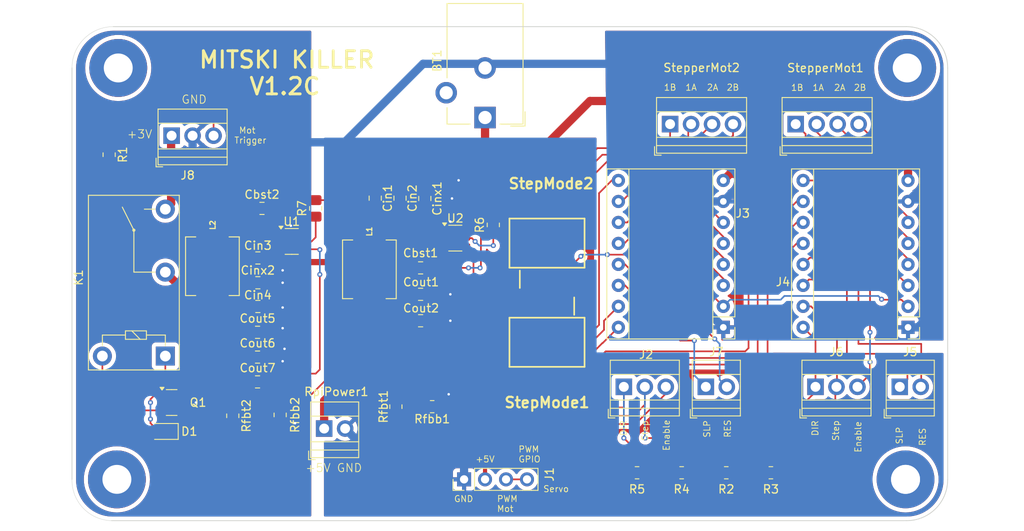
<source format=kicad_pcb>
(kicad_pcb (version 20240108) (generator "pcbnew") (generator_version "8.0")
  (layers (0 "F.Cu" signal) (31 "B.Cu" signal) (34 "B.Paste" user) (35 "F.Paste" user) (36 "B.SilkS" user "B.Silkscreen") (37 "F.SilkS" user "F.Silkscreen") (38 "B.Mask" user) (39 "F.Mask" user) (44 "Edge.Cuts" user))
  (net 0 "")
  (net 1 "GND")
  (net 2 "+12V")
  (net 3 "+5V")
  (net 4 "+3V")
  (net 5 "RPIO GPIO 17")
  (net 6 "RPIO GPIO 18")
  (net 7 "Net-(D1-A)")
  (net 8 "RPIO GPIO 24")
  (net 9 "RPIO GPIO 22")
  (net 10 "RPIO GPIO 23")
  (net 11 "RPIO GPIO 19")
  (net 12 "Net-(DCMotor1-+)")
  (net 13 "RPI GPIO 21")
  (net 14 "Net-(J3-MS3)")
  (net 15 "Net-(J3-1A)")
  (net 16 "Net-(J3-2A)")
  (net 17 "Net-(J3-~{SLEEP})")
  (net 18 "Net-(J3-MS1)")
  (net 19 "Net-(J3-~{RESET})")
  (net 20 "Net-(J3-2B)")
  (net 21 "Net-(J3-MS2)")
  (net 22 "Net-(J3-1B)")
  (net 23 "Net-(J4-MS3)")
  (net 24 "Net-(J4-2A)")
  (net 25 "Net-(J4-~{RESET})")
  (net 26 "Net-(J4-~{SLEEP})")
  (net 27 "Net-(J4-MS2)")
  (net 28 "Net-(J4-1A)")
  (net 29 "Net-(J4-MS1)")
  (net 30 "Net-(J4-1B)")
  (net 31 "Net-(J4-2B)")
  (net 32 "Net-(Q1-B)")
  (net 33 "Motor PWM")
  (net 34 "Net-(U2-VBST)")
  (net 35 "Net-(U2-SW)")
  (net 36 "Net-(U1-SW)")
  (net 37 "Net-(U1-VBST)")
  (net 38 "Net-(U2-VFB)")
  (net 39 "Net-(U1-VFB)")
  (net 40 "Net-(U1-EN)")
  (net 41 "Net-(U2-EN)")
  (footprint "Resistor_SMD:R_0805_2012Metric_Pad1.20x1.40mm_HandSolder" (layer "F.Cu") (at 158.2 88)
    (property "Reference" "R2")
    (property "Value" "10K")
  )
  (footprint "Capacitor_SMD:C_0805_2012Metric_Pad1.18x1.45mm_HandSolder" (layer "F.Cu") (at 101.5 62)
    (property "Reference" "Cin3")
    (property "Value" "10uF")
  )
  (footprint "TerminalBlock:TerminalBlock_Xinya_XY308-2.54-2P_1x02_P2.54mm_Horizontal" (layer "F.Cu") (at 109.525 82.65)
    (property "Reference" "RpiPower1")
    (property "Value" "Conn_01x02")
  )
  (footprint "" (layer "F.Cu") (at 84.435534 88.8)
    (property "Reference" "")
    (property "Value" "")
  )
  (footprint "Connector_BarrelJack:BarrelJack_CUI_PJ-102AH_Horizontal" (layer "F.Cu") (at 129 45 180)
    (property "Reference" "BT1")
    (property "Value" "Battery")
  )
  (footprint "Capacitor_SMD:C_0805_2012Metric_Pad1.18x1.45mm_HandSolder" (layer "F.Cu") (at 121.2 66.4)
    (property "Reference" "Cout1")
    (property "Value" "22uF")
  )
  (footprint "Package_TO_SOT_SMD:SOT-23-6" (layer "F.Cu") (at 105.6 60)
    (property "Reference" "U1")
    (property "Value" "TPS565208DDCR")
  )
  (footprint "TerminalBlock:TerminalBlock_Xinya_XY308-2.54-4P_1x04_P2.54mm_Horizontal" (layer "F.Cu") (at 166.6 45.8)
    (property "Reference" "StepperMot1")
    (property "Value" "Conn_01x04")
  )
  (footprint "SPM6530T-2R2M-HZ:IND_SPM6530T-2R2M-HZ" (layer "F.Cu") (at 96 63 -90)
    (property "Reference" "L2")
    (property "Value" "SPM6530T-2R2M")
  )
  (footprint "Resistor_SMD:R_0805_2012Metric_Pad1.20x1.40mm_HandSolder" (layer "F.Cu") (at 147.4 88)
    (property "Reference" "R5")
    (property "Value" "10K")
  )
  (footprint "Resistor_SMD:R_0805_2012Metric_Pad1.20x1.40mm_HandSolder" (layer "F.Cu") (at 152.8 88)
    (property "Reference" "R4")
    (property "Value" "10K")
  )
  (footprint "Capacitor_SMD:C_0805_2012Metric_Pad1.18x1.45mm_HandSolder" (layer "F.Cu") (at 121.7075 54.8 90)
    (property "Reference" "Cinx1")
    (property "Value" "100nF")
  )
  (footprint "MountingHole:MountingHole_3.5mm_Pad_TopBottom" (layer "F.Cu") (at 179.9 88.8)
    (property "Reference" "REF**" (hide yes))
    (property "Value" "MountingHole_3.5mm_Pad_TopBottom")
  )
  (footprint "TerminalBlock:TerminalBlock_Xinya_XY308-2.54-2P_1x02_P2.54mm_Horizontal" (layer "F.Cu") (at 179.2 77.6)
    (property "Reference" "J5")
    (property "Value" "Conn_01x02")
  )
  (footprint "Connector_PinHeader_2.54mm:PinHeader_1x04_P2.54mm_Vertical" (layer "F.Cu") (at 126.46 88.8 90)
    (property "Reference" "J1")
    (property "Value" "Conn_01x03")
  )
  (footprint "Resistor_SMD:R_0805_2012Metric_Pad1.20x1.40mm_HandSolder" (layer "F.Cu") (at 108.5 56 90)
    (property "Reference" "R7")
    (property "Value" "10k")
  )
  (footprint "DipSwitch-3Pin-219-3MST:SOP254P991X385-6N" (layer "F.Cu") (at 136.5 60.205 90)
    (property "Reference" "StepMode2")
    (property "Value" "219-3MST" (hide yes))
  )
  (footprint "Module:Pololu_Breakout-16_15.2x20.3mm" (layer "F.Cu") (at 180.2 70.4 180)
    (property "Reference" "J4")
    (property "Value" "Pololu_Breakout_A4988")
  )
  (footprint "TerminalBlock:TerminalBlock_Xinya_XY308-2.54-2P_1x02_P2.54mm_Horizontal" (layer "F.Cu") (at 155.725 77.6)
    (property "Reference" "J7")
    (property "Value" "Conn_01x02")
  )
  (footprint "Diode_SMD:D_0805_2012Metric_Pad1.15x1.40mm_HandSolder" (layer "F.Cu") (at 90 83 180)
    (property "Reference" "D1")
    (property "Value" "1N4001")
  )
  (footprint "" (layer "F.Cu") (at 179.9 88.8)
    (property "Reference" "")
    (property "Value" "")
  )
  (footprint "Capacitor_SMD:C_0805_2012Metric_Pad1.18x1.45mm_HandSolder" (layer "F.Cu") (at 101.4625 77)
    (property "Reference" "Cout7")
    (property "Value" "22uF")
  )
  (footprint "Resistor_SMD:R_0805_2012Metric_Pad1.20x1.40mm_HandSolder" (layer "F.Cu") (at 83.5 49.5 -90)
    (property "Reference" "R1")
    (property "Value" "750")
  )
  (footprint "Package_TO_SOT_SMD:SOT-23-6" (layer "F.Cu") (at 125.4 59.6)
    (property "Reference" "U2")
    (property "Value" "TPS565208DDCR")
  )
  (footprint "Resistor_SMD:R_0805_2012Metric_Pad1.20x1.40mm_HandSolder" (layer "F.Cu") (at 98.4625 81.105 -90)
    (property "Reference" "Rfbt2")
    (property "Value" "33.2kOhm")
  )
  (footprint "Capacitor_SMD:C_0805_2012Metric_Pad1.18x1.45mm_HandSolder" (layer "F.Cu") (at 121.2 63.2)
    (property "Reference" "Cbst1")
    (property "Value" "100nF")
  )
  (footprint "Capacitor_SMD:C_0805_2012Metric_Pad1.18x1.45mm_HandSolder" (layer "F.Cu") (at 101.5 65)
    (property "Reference" "Cinx2")
    (property "Value" "100nF")
  )
  (footprint "Capacitor_SMD:C_0805_2012Metric_Pad1.18x1.45mm_HandSolder" (layer "F.Cu") (at 121.2 69.6)
    (property "Reference" "Cout2")
    (property "Value" "22uF")
  )
  (footprint "Resistor_SMD:R_0805_2012Metric_Pad1.20x1.40mm_HandSolder" (layer "F.Cu") (at 104.2 81 -90)
    (property "Reference" "Rfbb2")
    (property "Value" "10kOhm")
  )
  (footprint "Module:Pololu_Breakout-16_15.2x20.3mm" (layer "F.Cu") (at 157.84 70.4 180)
    (property "Reference" "J3")
    (property "Value" "Pololu_Breakout_A4988")
  )
  (footprint "" (layer "F.Cu") (at 84.6 39)
    (property "Reference" "")
    (property "Value" "")
  )
  (footprint "SPM6530T-3R3M-HZ:IND_SPM6530T-3R3M-HZ" (layer "F.Cu") (at 115 63.375 -90)
    (property "Reference" "L1")
    (property "Value" "SPM6530T-3R3M")
  )
  (footprint "Capacitor_SMD:C_0805_2012Metric_Pad1.18x1.45mm_HandSolder" (layer "F.Cu") (at 101.5 67.875)
    (property "Reference" "Cin4")
    (property "Value" "10uF")
  )
  (footprint "" (layer "F.Cu") (at 180.1 39)
    (property "Reference" "")
    (property "Value" "")
  )
  (footprint "MountingHole:MountingHole_3.5mm_Pad_TopBottom" (layer "F.Cu") (at 180.1 39)
    (property "Reference" "REF**" (hide yes))
    (property "Value" "MountingHole_3.5mm_Pad_TopBottom")
  )
  (footprint "DipSwitch-3Pin-219-3MST:SOP254P991X385-6N" (layer "F.Cu") (at 136.5 72.205 -90)
    (property "Reference" "StepMode1")
    (property "Value" "219-3MST" (hide yes))
  )
  (footprint "Capacitor_SMD:C_0805_2012Metric_Pad1.18x1.45mm_HandSolder" (layer "F.Cu") (at 102 56)
    (property "Reference" "Cbst2")
    (property "Value" "100nF")
  )
  (footprint "TerminalBlock:TerminalBlock_Xinya_XY308-2.54-4P_1x04_P2.54mm_Horizontal" (layer "F.Cu") (at 151.4 45.8)
    (property "Reference" "StepperMot2")
    (property "Value" "Conn_01x04")
  )
  (footprint "Capacitor_SMD:C_0805_2012Metric_Pad1.18x1.45mm_HandSolder" (layer "F.Cu") (at 118.7075 54.7625 90)
    (property "Reference" "Cin2")
    (property "Value" "10uF")
  )
  (footprint "Package_TO_SOT_SMD:SOT-23" (layer "F.Cu") (at 91.0625 79.5)
    (property "Reference" "Q1")
    (property "Value" "MMBT2222A")
  )
  (footprint "Capacitor_SMD:C_0805_2012Metric_Pad1.18x1.45mm_HandSolder" (layer "F.Cu") (at 101.4625 71)
    (property "Reference" "Cout5")
    (property "Value" "22uF")
  )
  (footprint "TerminalBlock:TerminalBlock_Xinya_XY308-2.54-3P_1x03_P2.54mm_Horizontal" (layer "F.Cu") (at 91.06 47.2)
    (property "Reference" "J8")
    (property "Value" "Conn_01x03")
  )
  (footprint "Resistor_SMD:R_0805_2012Metric_Pad1.20x1.40mm_HandSolder" (layer "F.Cu") (at 163.6 88)
    (property "Reference" "R3")
    (property "Value" "10K")
  )
  (footprint "Capacitor_SMD:C_0805_2012Metric_Pad1.18x1.45mm_HandSolder" (layer "F.Cu") (at 115.7075 54.7625 90)
    (property "Reference" "Cin1")
    (property "Value" "10uF")
  )
  (footprint "TerminalBlock:TerminalBlock_Xinya_XY308-2.54-3P_1x03_P2.54mm_Horizontal" (layer "F.Cu") (at 169 77.6)
    (property "Reference" "J6")
    (property "Value" "Conn_01x03")
  )
  (footprint "MountingHole:MountingHole_3.5mm_Pad_TopBottom" (layer "F.Cu") (at 84.435534 88.8)
    (property "Reference" "REF**" (hide yes))
    (property "Value" "MountingHole_3.5mm_Pad_TopBottom")
  )
  (footprint "Capacitor_SMD:C_0805_2012Metric_Pad1.18x1.45mm_HandSolder" (layer "F.Cu") (at 101.4625 74)
    (property "Reference" "Cout6")
    (property "Value" "22uF")
  )
  (footprint "MountingHole:MountingHole_3.5mm_Pad_TopBottom" (layer "F.Cu") (at 84.6 39)
    (property "Reference" "REF**" (hide yes))
    (property "Value" "MountingHole_3.5mm_Pad_TopBottom")
  )
  (footprint "Resistor_SMD:R_0805_2012Metric_Pad1.20x1.40mm_HandSolder" (layer "F.Cu") (at 130 58 90)
    (property "Reference" "R6")
    (property "Value" "10k")
  )
  (footprint "TerminalBlock:TerminalBlock_Xinya_XY308-2.54-3P_1x03_P2.54mm_Horizontal" (layer "F.Cu") (at 145.8 77.6)
    (property "Reference" "J2")
    (property "Value" "Conn_01x03")
  )
  (footprint "Resistor_SMD:R_0805_2012Metric_Pad1.20x1.40mm_HandSolder" (layer "F.Cu") (at 122.6 80)
    (property "Reference" "Rfbb1")
    (property "Value" "10kOhm")
  )
  (footprint "Resistor_SMD:R_0805_2012Metric_Pad1.20x1.40mm_HandSolder" (layer "F.Cu") (at 118.2075 80 -90)
    (property "Reference" "Rfbt1")
    (property "Value" "55kOhm")
  )
  (footprint "Relay_THT:Relay_SPST_Omron-G5Q-1A" (layer "F.Cu") (at 90.3 73.875 90)
    (property "Reference" "K1")
    (property "Value" "G5Q-1A")
  )
  (gr_arc (start 180 34) (mid 183.535534 35.464466) (end 185 39) (stroke (width 0.1)) (layer "Edge.Cuts"))
  (gr_line (start 185 39) (end 185 88.864466) (stroke (width 0.1)) (layer "Edge.Cuts"))
  (gr_arc (start 79 39) (mid 80.464466 35.464466) (end 84 34) (stroke (width 0.05)) (layer "Edge.Cuts"))
  (gr_line (start 84 34) (end 180 34) (stroke (width 0.1)) (layer "Edge.Cuts"))
  (gr_line (start 79 88.8) (end 79 39) (stroke (width 0.1)) (layer "Edge.Cuts"))
  (gr_arc (start 185 88.864466) (mid 183.522183 92.367767) (end 180 93.8) (stroke (width 0.1)) (layer "Edge.Cuts"))
  (gr_arc (start 83.8 93.8) (mid 80.364466 92.294113) (end 79 88.8) (stroke (width 0.05)) (layer "Edge.Cuts"))
  (gr_line (start 180 93.8) (end 83.8 93.8) (stroke (width 0.1)) (layer "Edge.Cuts"))
  (gr_text "2A" (at 171.19 41.82 0) (layer "F.SilkS") (effects (font (size 0.75 0.75) (thickness 0.1)) (justify left bottom)))
  (gr_text "GND" (at 125.2 91.6 0) (layer "F.SilkS") (effects (font (size 0.75 0.75) (thickness 0.1)) (justify left bottom)))
  (gr_text "SLP" (at 156.3 83.8 90) (layer "F.SilkS") (effects (font (size 0.75 0.75) (thickness 0.1)) (justify left bottom)))
  (gr_text "DIR" (at 146.2 83.6 90) (layer "F.SilkS") (effects (font (size 0.75 0.75) (thickness 0.1)) (justify left bottom)))
  (gr_text "PWM\nMot" (at 130.4 92.8 0) (layer "F.SilkS") (effects (font (size 0.75 0.75) (thickness 0.1)) (justify left bottom)))
  (gr_text "+5V" (at 107.2 88 0) (layer "F.SilkS") (effects (font (size 1 1) (thickness 0.1)) (justify left bottom)))
  (gr_text "Enable" (at 174.6 85.6 90) (layer "F.SilkS") (effects (font (size 0.75 0.75) (thickness 0.1)) (justify left bottom)))
  (gr_text "Step\n" (at 171.9 84.2 90) (layer "F.SilkS") (effects (font (size 0.75 0.75) (thickness 0.1)) (justify left bottom)))
  (gr_text "RES" (at 158.8 83.8 90) (layer "F.SilkS") (effects (font (size 0.75 0.75) (thickness 0.1)) (justify left bottom)))
  (gr_text "1A\n" (at 168.59 41.82 0) (layer "F.SilkS") (effects (font (size 0.75 0.75) (thickness 0.1)) (justify left bottom)))
  (gr_text "1B" (at 150.6 41.8 0) (layer "F.SilkS") (effects (font (size 0.75 0.75) (thickness 0.1)) (justify left bottom)))
  (gr_text "Step\n" (at 148.8 84.2 90) (layer "F.SilkS") (effects (font (size 0.75 0.75) (thickness 0.1)) (justify left bottom)))
  (gr_text "Servo" (at 136 90.4 0) (layer "F.SilkS") (effects (font (size 0.75 0.75) (thickness 0.1)) (justify left bottom)))
  (gr_text "1B" (at 165.99 41.82 0) (layer "F.SilkS") (effects (font (size 0.75 0.75) (thickness 0.1)) (justify left bottom)))
  (gr_text "RES" (at 182.4 84.8 90) (layer "F.SilkS") (effects (font (size 0.75 0.75) (thickness 0.1)) (justify left bottom)))
  (gr_text "GND" (at 92.2 43.4 0) (layer "F.SilkS") (effects (font (size 1 1) (thickness 0.1)) (justify left bottom)))
  (gr_text "DIR" (at 169.4 83.6 90) (layer "F.SilkS") (effects (font (size 0.75 0.75) (thickness 0.1)) (justify left bottom)))
  (gr_text "GND" (at 111 88 0) (layer "F.SilkS") (effects (font (size 1 1) (thickness 0.1)) (justify left bottom)))
  (gr_text "2B\n" (at 158.2 41.8 0) (layer "F.SilkS") (effects (font (size 0.75 0.75) (thickness 0.1)) (justify left bottom)))
  (gr_text "PWM\nGPIO" (at 133 86.8 0) (layer "F.SilkS") (effects (font (size 0.75 0.75) (thickness 0.1)) (justify left bottom)))
  (gr_text "1A\n" (at 153.2 41.8 0) (layer "F.SilkS") (effects (font (size 0.75 0.75) (thickness 0.1)) (justify left bottom)))
  (gr_text "+3V" (at 85.6 47.6 0) (layer "F.SilkS") (effects (font (size 1 1) (thickness 0.1)) (justify left bottom)))
  (gr_text "Enable" (at 151.4 85.4 90) (layer "F.SilkS") (effects (font (size 0.75 0.75) (thickness 0.1)) (justify left bottom)))
  (gr_text "2B\n" (at 173.59 41.82 0) (layer "F.SilkS") (effects (font (size 0.75 0.75) (thickness 0.1)) (justify left bottom)))
  (gr_text "+5V" (at 127.8 86.8 0) (layer "F.SilkS") (effects (font (size 0.75 0.75) (thickness 0.1)) (justify left bottom)))
  (gr_text " Mot \nTrigger" (at 98.6 48.2 0) (layer "F.SilkS") (effects (font (size 0.75 0.75) (thickness 0.1)) (justify left bottom)))
  (gr_text "MITSKI KILLER \n    V1.2C" (at 94.2 42.4 0) (layer "F.SilkS") (effects (font (size 2 2) (thickness 0.35) (bold yes)) (justify left bottom)))
  (gr_text "2A" (at 155.8 41.8 0) (layer "F.SilkS") (effects (font (size 0.75 0.75) (thickness 0.1)) (justify left bottom)))
  (gr_text "SLP" (at 179.6 84.6 90) (layer "F.SilkS") (effects (font (size 0.75 0.75) (thickness 0.1)) (justify left bottom)))
  (segment (start 123.7075 79.1675) (end 123.7075 80) (width 0.2) (layer "F.Cu") (net 1))
  (segment (start 124.2625 58.65) (end 124.2625 58.1375) (width 0.2) (layer "F.Cu") (net 1))
  (segment (start 103.605 73) (end 102.5 74.105) (width 0.2) (layer "F.Cu") (net 1))
  (segment (start 125.8 52.6) (end 123 52.6) (width 0.2) (layer "F.Cu") (net 1))
  (segment (start 94 79.5) (end 92 79.5) (width 0.2) (layer "F.Cu") (net 1))
  (segment (start 119.7825 54.8) (end 118.7075 53.725) (width 0.2) (layer "F.Cu") (net 1))
  (segment (start 102.5375 67.875) (end 104.375 67.875) (width 0.2) (layer "F.Cu") (net 1))
  (segment (start 124.8 69.6) (end 122.2375 69.6) (width 0.2) (layer "F.Cu") (net 1))
  (segment (start 121.7075 53.7625) (end 121.7075 54.155) (width 0.2) (layer "F.Cu") (net 1))
  (segment (start 126.46 88.8) (end 126.46 90.26) (width 0.2) (layer "F.Cu") (net 1))
  (segment (start 157.2 90.34) (end 160.26 90.34) (width 0.2) (layer "F.Cu") (net 1))
  (segment (start 124.375 78.5) (end 123.7075 79.1675) (width 0.2) (layer "F.Cu") (net 1))
  (segment (start 115.7075 53.725) (end 118.7075 53.725) (width 0.2) (layer "F.Cu") (net 1))
  (segment (start 105.5 58.1) (end 104.55 59.05) (width 0.2) (layer "F.Cu") (net 1))
  (segment (start 139.86 90.34) (end 146.4 90.34) (width 0.2) (layer "F.Cu") (net 1))
  (segment (start 151.8 90.34) (end 157.2 90.34) (width 0.2) (layer "F.Cu") (net 1))
  (segment (start 104.375 67.875) (end 104.5 68) (width 0.2) (layer "F.Cu") (net 1))
  (segment (start 102.5 76.5) (end 104.5 74.5) (width 0.2) (layer "F.Cu") (net 1))
  (segment (start 127.4 91.2) (end 139 91.2) (width 0.2) (layer "F.Cu") (net 1))
  (segment (start 102.5 71.5) (end 102.5 77.5) (width 0.2) (layer "F.Cu") (net 1))
  (segment (start 104.0375 63.5) (end 104.5 63.5) (width 0.2) (layer "F.Cu") (net 1))
  (segment (start 146.4 90.34) (end 151.8 90.34) (width 0.2) (layer "F.Cu") (net 1))
  (segment (start 160.26 90.34) (end 162.6 88) (width 0.2) (layer "F.Cu") (net 1))
  (segment (start 121.67 53.725) (end 121.7075 53.7625) (width 0.2) (layer "F.Cu") (net 1))
  (segment (start 122.2375 66.4) (end 121.98125 66.65625) (width 0.2) (layer "F.Cu") (net 1))
  (segment (start 146.4 88) (end 146.4 90.34) (width 0.2) (layer "F.Cu") (net 1))
  (segment (start 162.85 88) (end 162.6 88) (width 0.2) (layer "F.Cu") (net 1))
  (segment (start 104.72625 73) (end 103.605 73) (width 0.2) (layer "F.Cu") (net 1))
  (segment (start 102.5 77.5) (end 102.5 76.5) (width 0.2) (layer "F.Cu") (net 1))
  (segment (start 124.8 66.4) (end 122.2375 66.4) (width 0.2) (layer "F.Cu") (net 1))
  (segment (start 118.7075 53.725) (end 119 54.0175) (width 0.2) (layer "F.Cu") (net 1))
  (segment (start 102.5375 65) (end 104.5 65) (width 0.2) (layer "F.Cu") (net 1))
  (segment (start 121.98125 66.65625) (end 121.98125 69.34375) (width 0.2) (layer "F.Cu") (net 1))
  (segment (start 125 54.8) (end 119.7825 54.8) (width 0.2) (layer "F.Cu") (net 1))
  (segment (start 119.775 52.6) (end 119 53.375) (width 0.2) (layer "F.Cu") (net 1))
  (segment (start 151.8 88) (end 151.8 90.34) (width 0.2) (layer "F.Cu") (net 1))
  (segment (start 104 71) (end 102.5 71) (width 0.2) (layer "F.Cu") (net 1))
  (segment (start 121.98125 69.34375) (end 122.2375 69.6) (width 0.2) (layer "F.Cu") (net 1))
  (segment (start 124.2625 58.1375) (end 124.8 57.6) (width 0.2) (layer "F.Cu") (net 1))
  (segment (start 104.55 59.05) (end 104.4625 59.05) (width 0.2) (layer "F.Cu") (net 1))
  (segment (start 123 52.6) (end 119.775 52.6) (width 0.2) (layer "F.Cu") (net 1))
  (segment (start 126.46 88.8) (end 126.46 89.26) (width 0.2) (layer "F.Cu") (net 1))
  (segment (start 106 82) (end 104.2 82) (width 0.2) (layer "F.Cu") (net 1))
  (segment (start 157.2 88) (end 157.2 90.34) (width 0.2) (layer "F.Cu") (net 1))
  (segment (start 104.5 70.5) (end 104 71) (width 0.2) (layer "F.Cu") (net 1))
  (segment (start 123 52.6) (end 122.87 52.6) (width 0.2) (layer "F.Cu") (net 1))
  (segment (start 124.6 78.5) (end 124.375 78.5) (width 0.2) (layer "F.Cu") (net 1))
  (segment (start 126.46 90.26) (end 127.4 91.2) (width 0.2) (layer "F.Cu") (net 1))
  (segment (start 122.87 52.6) (end 121.7075 53.7625) (width 0.2) (layer "F.Cu") (net 1))
  (segment (start 102.5375 62) (end 104.0375 63.5) (width 0.2) (layer "F.Cu") (net 1))
  (segment (start 139 91.2) (end 139.86 90.34) (width 0.2) (layer "F.Cu") (net 1))
  (segment (start 118.7075 53.725) (end 121.67 53.725) (width 0.2) (layer "F.Cu") (net 1))
  (via (at 124.8 66.4) (size 0.6) (drill 0.3) (layers "F.Cu" "B.Cu") (net 1))
  (via (at 104.5 65) (size 0.6) (drill 0.3) (layers "F.Cu" "B.Cu") (net 1))
  (via (at 125 54.8) (size 0.6) (drill 0.3) (layers "F.Cu" "B.Cu") (net 1))
  (via (at 106 82) (size 0.6) (drill 0.3) (layers "F.Cu" "B.Cu") (net 1))
  (via (at 104.72625 73) (size 0.6) (drill 0.3) (layers "F.Cu" "B.Cu") (net 1))
  (via (at 104.5 63.5) (size 0.6) (drill 0.3) (layers "F.Cu" "B.Cu") (net 1))
  (via (at 124.8 69.6) (size 0.6) (drill 0.3) (layers "F.Cu" "B.Cu") (net 1))
  (via (at 104.5 68) (size 0.6) (drill 0.3) (layers "F.Cu" "B.Cu") (net 1))
  (via (at 125.8 52.6) (size 0.6) (drill 0.3) (layers "F.Cu" "B.Cu") (net 1))
  (via (at 104.5 70.5) (size 0.6) (drill 0.3) (layers "F.Cu" "B.Cu") (net 1))
  (via (at 105.5 58.1) (size 0.6) (drill 0.3) (layers "F.Cu" "B.Cu") (net 1))
  (via (at 124.8 57.6) (size 0.6) (drill 0.3) (layers "F.Cu" "B.Cu") (net 1))
  (via (at 124.6 78.5) (size 0.6) (drill 0.3) (layers "F.Cu" "B.Cu") (net 1))
  (via (at 104.5 74.5) (size 0.6) (drill 0.3) (layers "F.Cu" "B.Cu") (net 1))
  (via (at 94 79.5) (size 0.6) (drill 0.3) (layers "F.Cu" "B.Cu") (net 1))
  (segment (start 112 48) (end 121.5 38.5) (width 1) (layer "B.Cu") (net 1))
  (segment (start 182.4 47) (end 182.4 69.4) (width 1) (layer "B.Cu") (net 1))
  (segment (start 164.2 39.5) (end 164.2 54.155) (width 1) (layer "B.Cu") (net 1))
  (segment (start 164.2 54.155) (end 164 54.355) (width 1) (layer "B.Cu") (net 1))
  (segment (start 93.6 47.2) (end 93.6 48.9) (width 1) (layer "B.Cu") (net 1))
  (segment (start 157.84 55.16) (end 150.845 55.16) (width 1) (layer "B.Cu") (net 1))
  (segment (start 180.91 54.45) (end 180.2 55.16) (width 1) (layer "B.Cu") (net 1))
  (segment (start 158.645 54.355) (end 157.84 55.16) (width 1) (layer "B.Cu") (net 1))
  (segment (start 114.415 85) (end 125.8 85) (width 1) (layer "B.Cu") (net 1))
  (segment (start 106 82.5) (end 106 82) (width 0.2) (layer "B.Cu") (net 1))
  (segment (start 112 48) (end 107 48) (width 1) (layer "B.Cu") (net 1))
  (segment (start 179 43.6) (end 182.4 47) (width 1) (layer "B.Cu") (net 1))
  (segment (start 182.4 69.4) (end 181.4 70.4) (width 1) (layer "B.Cu") (net 1))
  (segment (start 165.2 38.5) (end 172.9 38.5) (width 1) (layer "B.Cu") (net 1))
  (segment (start 121.5 38.5) (end 165.2 38.5) (width 1) (layer "B.Cu") (net 1))
  (segment (start 112.065 82.65) (end 114.415 85) (width 1) (layer "B.Cu") (net 1))
  (segment (start 165.2 38.5) (end 164.2 39.5) (width 1) (layer "B.Cu") (net 1))
  (segment (start 105.9625 81.9625) (end 106 82) (width 0.2) (layer "B.Cu") (net 1))
  (segment (start 172.9 38.5) (end 178 43.6) (width 1) (layer "B.Cu") (net 1))
  (segment (start 164 54.355) (end 158.645 54.355) (width 1) (layer "B.Cu") (net 1))
  (segment (start 150.8 63.36) (end 157.84 70.4) (width 1) (layer "B.Cu") (net 1))
  (segment (start 126.46 86.26) (end 126.46 88.8) (width 1) (layer "B.Cu") (net 1))
  (segment (start 125.8 48) (end 125.8 56) (width 1) (layer "B.Cu") (net 1))
  (segment (start 150.8 55.205) (end 150.8 63.36) (width 1) (layer "B.Cu") (net 1))
  (segment (start 125.8 85.6) (end 126.46 86.26) (width 1) (layer "B.Cu") (net 1))
  (segment (start 178 43.6) (end 179 43.6) (width 1) (layer "B.Cu") (net 1))
  (segment (start 112 48) (end 125.8 48) (width 1) (layer "B.Cu") (net 1))
  (segment (start 125.8 85) (end 125.8 85.6) (width 1) (layer "B.Cu") (net 1))
  (segment (start 182.35 54.45) (end 180.91 54.45) (width 1) (layer "B.Cu") (net 1))
  (segment (start 181.4 70.4) (end 180.2 70.4) (width 1) (layer "B.Cu") (net 1))
  (segment (start 150.845 55.16) (end 150.8 55.205) (width 1) (layer "B.Cu") (net 1))
  (segment (start 125.8 85) (end 125.8 78.4) (width 1) (layer "B.Cu") (net 1))
  (segment (start 100.4625 62) (end 101.5125 60.95) (width 0.2) (layer "F.Cu") (net 2))
  (segment (start 119.6 57) (end 119.0375 56.4375) (width 0.2) (layer "F.Cu") (net 2))
  (segment (start 126.48919 57) (end 126.344595 57.144595) (width 0.2) (layer "F.Cu") (net 2))
  (segment (start 126.344595 57.144595) (end 127.5 55.98919) (width 1) (layer "F.Cu") (net 2))
  (segment (start 110.5 62.5) (end 105.5 62.5) (width 0.75) (layer "F.Cu") (net 2))
  (segment (start 124.85 60.55) (end 124.2625 60.55) (width 0.35) (layer "F.Cu") (net 2))
  (segment (start 110.5 55.1) (end 115 50.6) (width 1) (layer "F.Cu") (net 2))
  (segment (start 161.785 51.815) (end 158.645 51.815) (width 1) (layer "F.Cu") (net 2))
  (segment (start 125.6 56) (end 126.6 57) (width 0.2) (layer "F.Cu") (net 2))
  (segment (start 121.7075 55.8375) (end 121.87 56) (width 0.2) (layer "F.Cu") (net 2))
  (segment (start 180.2 48.2) (end 180.2 52.62) (width 1) (layer "F.Cu") (net 2))
  (segment (start 129 50.6) (end 129.2 50.8) (width 1) (layer "F.Cu") (net 2))
  (segment (start 125.4 60) (end 124.85 60.55) (width 0.35) (layer "F.Cu") (net 2))
  (segment (start 110.5 62.5) (end 110.5 55.1) (width 1) (layer "F.Cu") (net 2))
  (segment (start 108.5 55) (end 110.4 55) (width 0.2) (layer "F.Cu") (net 2))
  (segment (start 110.4 55) (end 110.5 55.1) (width 0.2) (layer "F.Cu") (net 2))
  (segment (start 130 57) (end 126.48919 57) (width 0.2) (layer "F.Cu") (net 2))
  (segment (start 105.5 62.5) (end 105 62) (width 0.75) (layer "F.Cu") (net 2))
  (segment (start 125.4 58.08919) (end 125.4 60) (width 0.35) (layer "F.Cu") (net 2))
  (segment (start 115 50.6) (end 129 50.6) (width 1) (layer "F.Cu") (net 2))
  (segment (start 121.7075 55.8375) (end 121.67 55.8) (width 0.2) (layer "F.Cu") (net 2))
  (segment (start 127.5 55.98919) (end 127.5 55.5) (width 1) (layer "F.Cu") (net 2))
  (segment (start 105 62) (end 104.4625 61.4625) (width 0.5) (layer "F.Cu") (net 2))
  (segment (start 141.705 43) (end 175 43) (width 1) (layer "F.Cu") (net 2))
  (segment (start 129.2 50.8) (end 133.905 50.8) (width 1) (layer "F.Cu") (net 2))
  (segment (start 100.4625 65) (end 100.4625 62) (width 0.2) (layer "F.Cu") (net 2))
  (segment (start 162 51.6) (end 161.785 51.815) (width 1) (layer "F.Cu") (net 2))
  (segment (start 175 43) (end 180.2 48.2) (width 1) (layer "F.Cu") (net 2))
  (segment (start 118.8375 55.8) (end 119 55.9625) (width 0.2) (layer "F.Cu") (net 2))
  (segment (start 121.87 56) (end 125.6 56) (width 0.2) (layer "F.Cu") (net 2))
  (segment (start 133.905 50.8) (end 141.705 43) (width 1) (layer "F.Cu") (net 2))
  (segment (start 121.67 55.8) (end 118.7075 55.8) (width 0.2) (layer "F.Cu") (net 2))
  (segment (start 104.4625 61.4625) (end 104.4625 61) (width 0.5) (layer "F.Cu") (net 2))
  (segment (start 101.5125 60.95) (end 104.4625 60.95) (width 0.2) (layer "F.Cu") (net 2))
  (segment (start 158.645 51.815) (end 157.84 52.62) (width 1) (layer "F.Cu") (net 2))
  (segment (start 127.089191 56.4) (end 127.4 56.4) (width 0.35) (layer "F.Cu") (net 2))
  (segment (start 115.7075 55.8) (end 118.8375 55.8) (width 0.2) (layer "F.Cu") (net 2))
  (segment (start 129 54) (end 129 45) (width 1) (layer "F.Cu") (net 2))
  (segment (start 126.344595 57.144595) (end 125.4 58.08919) (width 0.35) (layer "F.Cu") (net 2))
  (segment (start 100.4625 67.875) (end 100.4625 65) (width 0.2) (layer "F.Cu") (net 2))
  (segment (start 126.444596 57.044596) (end 126.4 57) (width 0.2) (layer "F.Cu") (net 2))
  (segment (start 127.5 55.5) (end 129 54) (width 1) (layer "F.Cu") (net 2))
  (segment (start 162 43) (end 162 51.6) (width 1) (layer "F.Cu") (net 2))
  (segment (start 126.4 57) (end 119.6 57) (width 0.2) (layer "F.Cu") (net 2))
  (segment (start 133.96 64.58) (end 136.5 64.58) (width 0.2) (layer "F.Cu") (net 3))
  (segment (start 129 82.6) (end 129 88.8) (width 0.5) (layer "F.Cu") (net 3))
  (segment (start 136.5 64.58) (end 136.5 67.83) (width 0.2) (layer "F.Cu") (net 3))
  (segment (start 109.525 82.65) (end 109.525 79.275) (width 1) (layer "F.Cu") (net 3))
  (segment (start 91.025 83) (end 91.025 84.975) (width 0.2) (layer "F.Cu") (net 3))
  (segment (start 129 82.6) (end 115.6 82.6) (width 0.5) (layer "F.Cu") (net 3))
  (segment (start 179.395 67.055) (end 180.2 67.86) (width 0.2) (layer "F.Cu") (net 3))
  (segment (start 129 82.6) (end 129.4 82.2) (width 0.2) (layer "F.Cu") (net 3))
  (segment (start 115.6 82.6) (end 115.6 75.6) (width 0.5) (layer "F.Cu") (net 3))
  (segment (start 115 66.15) (end 115 67.6) (width 0.75) (layer "F.Cu") (net 3))
  (segment (start 117.5 78.2925) (end 117.5 76) (width 0.2) (layer "F.Cu") (net 3))
  (segment (start 118.2075 79) (end 117.5 78.2925) (width 0.2) (layer "F.Cu") (net 3))
  (segment (start 139.04 63.36) (end 139.04 64.58) (width 0.2) (layer "F.Cu") (net 3))
  (segment (start 177.055 67.055) (end 179.395 67.055) (width 0.2) (layer "F.Cu") (net 3))
  (segment (start 143.8 61.6) (end 151.58 61.6) (width 0.2) (layer "F.Cu") (net 3))
  (segment (start 120.1625 67.71875) (end 118.59375 66.15) (width 0.2) (layer "F.Cu") (net 3))
  (segment (start 108 78.5) (end 114 72.5) (width 0.2) (layer "F.Cu") (net 3))
  (segment (start 91 85) (end 88 85) (width 0.2) (layer "F.Cu") (net 3))
  (segment (start 91.025 84.975) (end 91 85) (width 0.2) (layer "F.Cu") (net 3))
  (segment (start 129.4 82.2) (end 129.4 71.4) (width 0.2) (layer "F.Cu") (net 3))
  (segment (start 129.4 71.4) (end 132.97 67.83) (width 0.2) (layer "F.Cu") (net 3))
  (segment (start 139.04 67.83) (end 136.5 67.83) (width 0.2) (layer "F.Cu") (net 3))
  (segment (start 115.6 75.6) (end 115 75) (width 0.5) (layer "F.Cu") (net 3))
  (segment (start 151.58 61.6) (end 157.84 67.86) (width 0.2) (layer "F.Cu") (net 3))
  (segment (start 177 67) (end 177.055 67.055) (width 0.2) (layer "F.Cu") (net 3))
  (segment (start 139.04 64.58) (end 136.5 64.58) (width 0.2) (layer "F.Cu") (net 3))
  (segment (start 107 78.5) (end 108 78.5) (width 0.2) (layer "F.Cu") (net 3))
  (segment (start 132.97 67.83) (end 133.96 67.83) (width 0.2) (layer "F.Cu") (net 3))
  (segment (start 109.525 79.275) (end 113.1 75.7) (width 1) (layer "F.Cu") (net 3))
  (segment (start 94.5 84.5) (end 107 84.5) (width 0.2) (layer "F.Cu") (net 3))
  (segment (start 140.6 61.8) (end 139.04 63.36) (width 0.2) (layer "F.Cu") (net 3))
  (segment (start 120.1625 69.6) (end 120.1625 67.71875) (width 0.2) (layer "F.Cu") (net 3))
  (segment (start 133.96 67.83) (end 136.5 67.83) (width 0.2) (layer "F.Cu") (net 3))
  (segment (start 113.1 75.7) (end 114.4 74.4) (width 1) (layer "F.Cu") (net 3))
  (segment (start 91.025 83) (end 93 83) (width 0.2) (layer "F.Cu") (net 3))
  (segment (start 118.59375 66.15) (end 115.675 66.15) (width 0.5) (layer "F.Cu") (net 3))
  (segment (start 93 83) (end 94.5 84.5) (width 0.2) (layer "F.Cu") (net 3))
  (segment (start 107 84.5) (end 107 78.5) (width 0.2) (layer "F.Cu") (net 3))
  (segment (start 120.1625 66.4) (end 119.9125 66.15) (width 0.2) (layer "F.Cu") (net 3))
  (segment (start 88 85) (end 82.68 79.68) (width 0.2) (layer "F.Cu") (net 3))
  (segment (start 82.68 79.68) (end 82.68 73.875) (width 0.2) (layer "F.Cu") (net 3))
  (segment (start 119.9125 66.15) (end 118.59375 66.15) (width 0.2) (layer "F.Cu") (net 3))
  (segment (start 117.5 76) (end 116 74.5) (width 0.2) (layer "F.Cu") (net 3))
  (via (at 177 67) (size 0.6) (drill 0.3) (layers "F.Cu" "B.Cu") (net 3))
  (via (at 143.8 61.6) (size 0.6) (drill 0.3) (layers "F.Cu" "B.Cu") (net 3))
  (via (at 140.6 61.8) (size 0.6) (drill 0.3) (layers "F.Cu" "B.Cu") (net 3))
  (segment (start 177 67) (end 176.6 66.6) (width 0.2) (layer "B.Cu") (net 3))
  (segment (start 176.6 66.6) (end 165.24 66.6) (width 0.2) (layer "B.Cu") (net 3))
  (segment (start 164.785 67.055) (end 158.645 67.055) (width 0.2) (layer "B.Cu") (net 3))
  (segment (start 140.8 61.6) (end 143.8 61.6) (width 0.2) (layer "B.Cu") (net 3))
  (segment (start 158.645 67.055) (end 157.84 67.86) (width 0.2) (layer "B.Cu") (net 3))
  (segment (start 165.24 66.6) (end 164.785 67.055) (width 0.2) (layer "B.Cu") (net 3))
  (segment (start 140.6 61.8) (end 140.8 61.6) (width 0.2) (layer "B.Cu") (net 3))
  (segment (start 95.9625 65.58) (end 92.165 65.58) (width 1) (layer "F.Cu") (net 4))
  (segment (start 98.4625 79.48) (end 97 78.0175) (width 0.2) (layer "F.Cu") (net 4))
  (segment (start 96 67) (end 96.25 67.25) (width 0.3) (layer "F.Cu") (net 4))
  (segment (start 97 78.0175) (end 97 75) (width 0.2) (layer "F.Cu") (net 4))
  (segment (start 100.425 74.105) (end 99.105 74.105) (width 0.2) (layer "F.Cu") (net 4))
  (segment (start 95.9625 65.69625) (end 95.9625 65.58) (width 1) (layer "F.Cu") (net 4))
  (segment (start 95.9625 65.7375) (end 95.9625 65.58) (width 0.2) (layer "F.Cu") (net 4))
  (segment (start 96 67) (end 100 71) (width 0.2) (layer "F.Cu") (net 4))
  (segment (start 96 65.775) (end 96 67) (width 0.3) (layer "F.Cu") (net 4))
  (segment (start 100 71) (end 100.425 71) (width 0.2) (layer "F.Cu") (net 4))
  (segment (start 100.425 77.5) (end 97 74.075) (width 0.2) (layer "F.Cu") (net 4))
  (segment (start 99.105 74.105) (end 97 72) (width 0.2) (layer "F.Cu") (net 4))
  (segment (start 96 65.775) (end 95.9625 65.7375) (width 0.2) (layer "F.Cu") (net 4))
  (segment (start 92.165 65.58) (end 90.3 63.715) (width 1) (layer "F.Cu") (net 4))
  (segment (start 90.25 62.8) (end 90.25 62.75) (width 0.2) (layer "F.Cu") (net 4))
  (segment (start 97 74.075) (end 97 74) (width 0.2) (layer "F.Cu") (net 4))
  (segment (start 159.2 88) (end 169 78.2) (width 0.2) (layer "F.Cu") (net 5))
  (segment (start 169 77.6) (end 169 71.9) (width 0.2) (layer "F.Cu") (net 5))
  (segment (start 169 78.2) (end 169 77.6) (width 0.2) (layer "F.Cu") (net 5))
  (segment (start 169 71.9) (end 167.5 70.4) (width 0.2) (layer "F.Cu") (net 5))
  (segment (start 168.46 67.86) (end 167.5 67.86) (width 0.2) (layer "F.Cu") (net 6))
  (segment (start 164.6 88) (end 171.4 81.2) (width 0.2) (layer "F.Cu") (net 6))
  (segment (start 171.6 71) (end 168.46 67.86) (width 0.2) (layer "F.Cu") (net 6))
  (segment (start 171.6 77.54) (end 171.6 71) (width 0.2) (layer "F.Cu") (net 6))
  (segment (start 171.54 77.6) (end 171.6 77.54) (width 0.2) (layer "F.Cu") (net 6))
  (segment (start 171.4 81.2) (end 171.4 77.74) (width 0.2) (layer "F.Cu") (net 6))
  (segment (start 171.4 77.74) (end 171.54 77.6) (width 0.2) (layer "F.Cu") (net 6))
  (segment (start 88.5 79.5) (end 88.5 79.1) (width 0.2) (layer "F.Cu") (net 7))
  (segment (start 88.5 82) (end 88.975 82.475) (width 0.2) (layer "F.Cu") (net 7))
  (segment (start 89.8 73.95) (end 89.8 72.875) (width 0.2) (layer "F.Cu") (net 7))
  (segment (start 88.5 81.5) (end 88.5 82) (width 0.2) (layer "F.Cu") (net 7))
  (segment (start 89.05 78.55) (end 90.125 78.55) (width 0.2) (layer "F.Cu") (net 7))
  (segment (start 90.3 72.809315) (end 90.3 73.875) (width 0.2) (layer "F.Cu") (net 7))
  (segment (start 90.3 78.375) (end 90.3 73.875) (width 0.2) (layer "F.Cu") (net 7))
  (segment (start 88.975 82.475) (end 88.975 83) (width 0.2) (layer "F.Cu") (net 7))
  (segment (start 88.5 79.1) (end 89.05 78.55) (width 0.2) (layer "F.Cu") (net 7))
  (segment (start 90.125 78.55) (end 90.3 78.375) (width 0.2) (layer "F.Cu") (net 7))
  (via (at 88.5 79.5) (size 0.6) (drill 0.3) (layers "F.Cu" "B.Cu") (net 7))
  (via (at 88.5 81.5) (size 0.6) (drill 0.3) (layers "F.Cu" "B.Cu") (net 7))
  (segment (start 88.5 81.5) (end 88.5 79.5) (width 0.2) (layer "B.Cu") (net 7))
  (segment (start 145.14 52.62) (end 144.335 52.62) (width 0.2) (layer "F.Cu") (net 8))
  (segment (start 150.88 78.425) (end 150.88 77.6) (width 0.2) (layer "F.Cu") (net 8))
  (segment (start 142.8 54.155) (end 142.8 70.105) (width 0.2) (layer "F.Cu") (net 8))
  (segment (start 130.295 72.105) (end 130.2 72.2) (width 0.2) (layer "F.Cu") (net 8))
  (segment (start 130.2 72.2) (end 130.2 80.305) (width 0.2) (layer "F.Cu") (net 8))
  (segment (start 142.8 70.105) (end 140.8 72.105) (width 0.2) (layer "F.Cu") (net 8))
  (segment (start 132 82.105) (end 147.2 82.105) (width 0.2) (layer "F.Cu") (net 8))
  (segment (start 140.8 72.105) (end 130.295 72.105) (width 0.2) (layer "F.Cu") (net 8))
  (segment (start 144.335 52.62) (end 142.8 54.155) (width 0.2) (layer "F.Cu") (net 8))
  (segment (start 147.2 82.105) (end 150.88 78.425) (width 0.2) (layer "F.Cu") (net 8))
  (segment (start 130.2 80.305) (end 132 82.105) (width 0.2) (layer "F.Cu") (net 8))
  (segment (start 145.8 80.105) (end 134.2 80.105) (width 0.2) (layer "F.Cu") (net 9))
  (segment (start 132.2 78.105) (end 132.2 74.305) (width 0.2) (layer "F.Cu") (net 9))
  (segment (start 147.5 85.5) (end 145.8 83.8) (width 0.2) (layer "F.Cu") (net 9))
  (segment (start 134.2 80.105) (end 132.2 78.105) (width 0.2) (layer "F.Cu") (net 9))
  (segment (start 141.2 74.305) (end 143.2 72.305) (width 0.2) (layer "F.Cu") (net 9))
  (segment (start 132.2 74.305) (end 141.2 74.305) (width 0.2) (layer "F.Cu") (net 9))
  (segment (start 143.2 72.305) (end 143.235 72.305) (width 0.2) (layer "F.Cu") (net 9))
  (segment (start 145.8 77.6) (end 145.8 80.105) (width 0.2) (layer "F.Cu") (net 9))
  (segment (start 148.4 88) (end 147.5 87.1) (width 0.2) (layer "F.Cu") (net 9))
  (segment (start 147.5 87.1) (end 147.5 85.5) (width 0.2) (layer "F.Cu") (net 9))
  (segment (start 143.235 72.305) (end 145.14 70.4) (width 0.2) (layer "F.Cu") (net 9))
  (via (at 145.8 83.8) (size 0.6) (drill 0.3) (layers "F.Cu" "B.Cu") (net 9))
  (segment (start 145.8 83.8) (end 145.8 77.6) (width 0.2) (layer "B.Cu") (net 9))
  (segment (start 143.4 70.705) (end 143.4 69.6) (width 0.2) (layer "F.Cu") (net 10))
  (segment (start 148.34 77.6) (end 148.34 79.765) (width 0.2) (layer "F.Cu") (net 10))
  (segment (start 131 79.305) (end 131 73.305) (width 0.2) (layer "F.Cu") (net 10))
  (segment (start 148.34 79.765) (end 147 81.105) (width 0.2) (layer "F.Cu") (net 10))
  (segment (start 147 81.105) (end 132.8 81.105) (width 0.2) (layer "F.Cu") (net 10))
  (segment (start 149.6 83.8) (end 153.8 88) (width 0.2) (layer "F.Cu") (net 10))
  (segment (start 143.4 69.6) (end 145.14 67.86) (width 0.2) (layer "F.Cu") (net 10))
  (segment (start 132.8 81.105) (end 131 79.305) (width 0.2) (layer "F.Cu") (net 10))
  (segment (start 140.8 73.305) (end 143.4 70.705) (width 0.2) (layer "F.Cu") (net 10))
  (segment (start 131 73.305) (end 140.8 73.305) (width 0.2) (layer "F.Cu") (net 10))
  (segment (start 148.4 83.8) (end 149.6 83.8) (width 0.2) (layer "F.Cu") (net 10))
  (via (at 148.4 83.8) (size 0.6) (drill 0.3) (layers "F.Cu" "B.Cu") (net 10))
  (segment (start 148.34 83.74) (end 148.34 77.6) (width 0.2) (layer "B.Cu") (net 10))
  (segment (start 148.4 83.8) (end 148.34 83.74) (width 0.2) (layer "B.Cu") (net 10))
  (segment (start 173.2 58.6) (end 173.2 55.375) (width 0.2) (layer "F.Cu") (net 11))
  (segment (start 173.2 55.375) (end 170.445 52.62) (width 0.2) (layer "F.Cu") (net 11))
  (segment (start 175.6 61) (end 173.2 58.6) (width 0.2) (layer "F.Cu") (net 11))
  (segment (start 175.6 71) (end 175.6 61) (width 0.2) (layer "F.Cu") (net 11))
  (segment (start 174.08 77.6) (end 175.6 76.08) (width 0.2) (layer "F.Cu") (net 11))
  (segment (start 175.6 76.08) (end 175.6 74.6) (width 0.2) (layer "F.Cu") (net 11))
  (segment (start 170.445 52.62) (end 167.5 52.62) (width 0.2) (layer "F.Cu") (net 11))
  (via (at 175.6 74.6) (size 0.6) (drill 0.3) (layers "F.Cu" "B.Cu") (net 11))
  (via (at 175.6 71) (size 0.6) (drill 0.3) (layers "F.Cu" "B.Cu") (net 11))
  (segment (start 175.6 74.6) (end 175.6 71) (width 0.2) (layer "B.Cu") (net 11))
  (segment (start 91.06 47.2) (end 91 47.26) (width 1) (layer "F.Cu") (net 12))
  (segment (start 91 55.395) (end 90.3 56.095) (width 1) (layer "F.Cu") (net 12))
  (segment (start 91.6 47.34) (end 91.68 47.26) (width 0.2) (layer "F.Cu") (net 12))
  (segment (start 91 47.26) (end 91 55.395) (width 1) (layer "F.Cu") (net 12))
  (segment (start 85.3 45.2) (end 83.5 47) (width 0.2) (layer "F.Cu") (net 13))
  (segment (start 96.14 47.2) (end 96.14 45.2) (width 0.2) (layer "F.Cu") (net 13))
  (segment (start 83.5 47) (end 83.5 48.5) (width 0.2) (layer "F.Cu") (net 13))
  (segment (start 96.14 45.2) (end 85.3 45.2) (width 0.2) (layer "F.Cu") (net 13))
  (segment (start 145.865 60.24) (end 145.14 60.24) (width 0.2) (layer "F.Cu") (net 14))
  (segment (start 139.2 55.67) (end 139.2 52.105) (width 0.2) (layer "F.Cu") (net 14))
  (segment (start 139.2 52.105) (end 142.6 48.705) (width 0.2) (layer "F.Cu") (net 14))
  (segment (start 148.6 48.705) (end 148.6 57.505) (width 0.2) (layer "F.Cu") (net 14))
  (segment (start 148.6 57.505) (end 145.865 60.24) (width 0.2) (layer "F.Cu") (net 14))
  (segment (start 142.6 48.705) (end 148.6 48.705) (width 0.2) (layer "F.Cu") (net 14))
  (segment (start 139.04 55.83) (end 139.2 55.67) (width 0.2) (layer "F.Cu") (net 14))
  (segment (start 153.6 46.14) (end 153.6 57.735) (width 0.2) (layer "F.Cu") (net 15))
  (segment (start 153.6 57.735) (end 157.84 61.975) (width 0.2) (layer "F.Cu") (net 15))
  (segment (start 153.94 45.8) (end 153.6 46.14) (width 0.2) (layer "F.Cu") (net 15))
  (segment (start 157.84 61.975) (end 157.84 62.78) (width 0.2) (layer "F.Cu") (net 15))
  (segment (start 155 47.28) (end 155 56.595) (width 0.2) (layer "F.Cu") (net 16))
  (segment (start 155 56.595) (end 157.84 59.435) (width 0.2) (layer "F.Cu") (net 16))
  (segment (start 156.48 45.8) (end 155 47.28) (width 0.2) (layer "F.Cu") (net 16))
  (segment (start 157.84 59.435) (end 157.84 60.24) (width 0.2) (layer "F.Cu") (net 16))
  (segment (start 152.625 72) (end 145.945 65.32) (width 0.2) (layer "F.Cu") (net 17))
  (segment (start 145.945 65.32) (end 145.14 65.32) (width 0.2) (layer "F.Cu") (net 17))
  (segment (start 154.325 72) (end 152.625 72) (width 0.2) (layer "F.Cu") (net 17))
  (via (at 154.325 72) (size 0.6) (drill 0.3) (layers "F.Cu" "B.Cu") (net 17))
  (segment (start 154.325 76.2) (end 155.725 77.6) (width 0.2) (layer "B.Cu") (net 17))
  (segment (start 154.325 72) (end 154.325 76.2) (width 0.2) (layer "B.Cu") (net 17))
  (segment (start 135.8 58.905) (end 140.4 58.905) (width 0.2) (layer "F.Cu") (net 18))
  (segment (start 141.8 52.305) (end 143.8 50.305) (width 0.2) (layer "F.Cu") (net 18))
  (segment (start 145.545 55.16) (end 145.14 55.16) (width 0.2) (layer "F.Cu") (net 18))
  (segment (start 141.8 57.505) (end 141.8 52.305) (width 0.2) (layer "F.Cu") (net 18))
  (segment (start 143.8 50.305) (end 146.8 50.305) (width 0.2) (layer "F.Cu") (net 18))
  (segment (start 133.96 57.065) (end 135.8 58.905) (width 0.2) (layer "F.Cu") (net 18))
  (segment (start 146.8 50.305) (end 146.8 53.905) (width 0.2) (layer "F.Cu") (net 18))
  (segment (start 146.8 53.905) (end 145.545 55.16) (width 0.2) (layer "F.Cu") (net 18))
  (segment (start 133.96 55.83) (end 133.96 57.065) (width 0.2) (layer "F.Cu") (net 18))
  (segment (start 140.4 58.905) (end 141.8 57.505) (width 0.2) (layer "F.Cu") (net 18))
  (segment (start 145.945 62.78) (end 145.14 62.78) (width 0.2) (layer "F.Cu") (net 19))
  (segment (start 153.965 70.8) (end 145.945 62.78) (width 0.2) (layer "F.Cu") (net 19))
  (segment (start 156.8 71.8) (end 155.8 70.8) (width 0.2) (layer "F.Cu") (net 19))
  (segment (start 155.8 70.8) (end 153.965 70.8) (width 0.2) (layer "F.Cu") (net 19))
  (via (at 156.8 71.8) (size 0.6) (drill 0.3) (layers "F.Cu" "B.Cu") (net 19))
  (segment (start 157.4 72.4) (end 157.4 76.735) (width 0.2) (layer "B.Cu") (net 19))
  (segment (start 156.8 71.8) (end 157.4 72.4) (width 0.2) (layer "B.Cu") (net 19))
  (segment (start 157.4 76.735) (end 158.265 77.6) (width 0.2) (layer "B.Cu") (net 19))
  (segment (start 156.2 56.06) (end 157.84 57.7) (width 0.2) (layer "F.Cu") (net 20))
  (segment (start 159.02 45.8) (end 159.02 47.18) (width 0.2) (layer "F.Cu") (net 20))
  (segment (start 156.2 50) (end 156.2 56.06) (width 0.2) (layer "F.Cu") (net 20))
  (segment (start 159.02 47.18) (end 156.2 50) (width 0.2) (layer "F.Cu") (net 20))
  (segment (start 137.2 57.905) (end 139.8 57.905) (width 0.2) (layer "F.Cu") (net 21))
  (segment (start 143.2 49.505) (end 147.6 49.505) (width 0.2) (layer "F.Cu") (net 21))
  (segment (start 136.5 55.83) (end 136.5 57.205) (width 0.2) (layer "F.Cu") (net 21))
  (segment (start 140.6 57.105) (end 140.6 52.105) (width 0.2) (layer "F.Cu") (net 21))
  (segment (start 139.8 57.905) (end 140.6 57.105) (width 0.2) (layer "F.Cu") (net 21))
  (segment (start 140.6 52.105) (end 143.2 49.505) (width 0.2) (layer "F.Cu") (net 21))
  (segment (start 146.205 57.7) (end 145.14 57.7) (width 0.2) (layer "F.Cu") (net 21))
  (segment (start 147.6 56.305) (end 146.205 57.7) (width 0.2) (layer "F.Cu") (net 21))
  (segment (start 136.5 57.205) (end 137.2 57.905) (width 0.2) (layer "F.Cu") (net 21))
  (segment (start 147.6 49.505) (end 147.6 56.305) (width 0.2) (layer "F.Cu") (net 21))
  (segment (start 157.84 64.515) (end 157.84 65.32) (width 0.2) (layer "F.Cu") (net 22))
  (segment (start 151.4 49.6) (end 152.2 50.4) (width 0.2) (layer "F.Cu") (net 22))
  (segment (start 151.4 45.8) (end 151.4 49.6) (width 0.2) (layer "F.Cu") (net 22))
  (segment (start 152.2 50.4) (end 152.2 58.875) (width 0.2) (layer "F.Cu") (net 22))
  (segment (start 152.2 58.875) (end 157.84 64.515) (width 0.2) (layer "F.Cu") (net 22))
  (segment (start 162.095 74.905) (end 144.495 74.905) (width 0.2) (layer "F.Cu") (net 23))
  (segment (start 167.5 60.24) (end 166.73 60.24) (width 0.2) (layer "F.Cu") (net 23))
  (segment (start 144.495 74.905) (end 144 75.4) (width 0.2) (layer "F.Cu") (net 23))
  (segment (start 166.73 60.24) (end 163.2 63.77) (width 0.2) (layer "F.Cu") (net 23))
  (segment (start 163.2 73.8) (end 162.095 74.905) (width 0.2) (layer "F.Cu") (net 23))
  (segment (start 144 75.4) (end 144 79.105) (width 0.2) (layer "F.Cu") (net 23))
  (segment (start 163.2 63.77) (end 163.2 73.8) (width 0.2) (layer "F.Cu") (net 23))
  (segment (start 136.485 79.105) (end 133.96 76.58) (width 0.2) (layer "F.Cu") (net 23))
  (segment (start 144 79.105) (end 136.485 79.105) (width 0.2) (layer "F.Cu") (net 23))
  (segment (start 171.68 46) (end 174.2 48.52) (width 0.2) (layer "F.Cu") (net 24))
  (segment (start 176.6 52.8) (end 176.6 55.99) (width 0.2) (layer "F.Cu") (net 24))
  (segment (start 174.2 48.52) (end 174.2 50.4) (width 0.2) (layer "F.Cu") (net 24))
  (segment (start 174.2 50.4) (end 176.6 52.8) (width 0.2) (layer "F.Cu") (net 24))
  (segment (start 180.2 59.59) (end 180.2 60.24) (width 0.2) (layer "F.Cu") (net 24))
  (segment (start 171.68 45.8) (end 171.68 46) (width 0.2) (layer "F.Cu") (net 24))
  (segment (start 176.6 55.99) (end 180.2 59.59) (width 0.2) (layer "F.Cu") (net 24))
  (segment (start 181.8 77.54) (end 181.8 72.4) (width 0.2) (layer "F.Cu") (net 25))
  (segment (start 174.2 72.4) (end 174.2 62.8) (width 0.2) (layer "F.Cu") (net 25))
  (segment (start 181.74 77.6) (end 181.8 77.54) (width 0.2) (layer "F.Cu") (net 25))
  (segment (start 174.2 62.8) (end 173.375 61.975) (width 0.2) (layer "F.Cu") (net 25))
  (segment (start 181.8 72.4) (end 174.2 72.4) (width 0.2) (layer "F.Cu") (net 25))
  (segment (start 168.305 61.975) (end 167.5 62.78) (width 0.2) (layer "F.Cu") (net 25))
  (segment (start 173.375 61.975) (end 168.305 61.975) (width 0.2) (layer "F.Cu") (net 25))
  (segment (start 180.125 73.725) (end 180 73.6) (width 0.2) (layer "F.Cu") (net 26))
  (segment (start 180 73.6) (end 172.8 73.6) (width 0.2) (layer "F.Cu") (net 26))
  (segment (start 179.2 77.6) (end 180.125 76.675) (width 0.2) (layer "F.Cu") (net 26))
  (segment (start 172.8 65.2) (end 172.21 64.61) (width 0.2) (layer "F.Cu") (net 26))
  (segment (start 172.21 64.61) (end 168.21 64.61) (width 0.2) (layer "F.Cu") (net 26))
  (segment (start 172.8 73.6) (end 172.8 65.2) (width 0.2) (layer "F.Cu") (net 26))
  (segment (start 168.21 64.61) (end 167.5 65.32) (width 0.2) (layer "F.Cu") (net 26))
  (segment (start 180.125 76.675) (end 180.125 73.725) (width 0.2) (layer "F.Cu") (net 26))
  (segment (start 161.495 74.105) (end 143.8 74.105) (width 0.2) (layer "F.Cu") (net 27))
  (segment (start 162 62.43) (end 162 73.6) (width 0.2) (layer "F.Cu") (net 27))
  (segment (start 137.4 78.305) (end 136.5 77.405) (width 0.2) (layer "F.Cu") (net 27))
  (segment (start 141.8 78.305) (end 137.4 78.305) (width 0.2) (layer "F.Cu") (net 27))
  (segment (start 143.8 74.105) (end 141.8 76.105) (width 0.2) (layer "F.Cu") (net 27))
  (segment (start 141.8 76.105) (end 141.8 78.305) (width 0.2) (layer "F.Cu") (net 27))
  (segment (start 162 73.6) (end 161.495 74.105) (width 0.2) (layer "F.Cu") (net 27))
  (segment (start 167.5 57.7) (end 166.73 57.7) (width 0.2) (layer "F.Cu") (net 27))
  (segment (start 136.5 77.405) (end 136.5 76.58) (width 0.2) (layer "F.Cu") (net 27))
  (segment (start 166.73 57.7) (end 162 62.43) (width 0.2) (layer "F.Cu") (net 27))
  (segment (start 169.14 45.8) (end 169.14 46.74) (width 0.2) (layer "F.Cu") (net 28))
  (segment (start 169.14 46.74) (end 175.4 53) (width 0.2) (layer "F.Cu") (net 28))
  (segment (start 175.4 57.33) (end 180.2 62.13) (width 0.2) (layer "F.Cu") (net 28))
  (segment (start 175.4 53) (end 175.4 57.33) (width 0.2) (layer "F.Cu") (net 28))
  (segment (start 180.2 62.13) (end 180.2 62.78) (width 0.2) (layer "F.Cu") (net 28))
  (segment (start 160.895 72.905) (end 160.495 73.305) (width 0.2) (layer "F.Cu") (net 29))
  (segment (start 160.495 73.305) (end 143.6 73.305) (width 0.2) (layer "F.Cu") (net 29))
  (segment (start 166.73 55.16) (end 160.895 60.995) (width 0.2) (layer "F.Cu") (net 29))
  (segment (start 140.325 76.58) (end 139.04 76.58) (width 0.2) (layer "F.Cu") (net 29))
  (segment (start 160.895 60.995) (end 160.895 72.905) (width 0.2) (layer "F.Cu") (net 29))
  (segment (start 143.6 73.305) (end 140.325 76.58) (width 0.2) (layer "F.Cu") (net 29))
  (segment (start 167.5 55.16) (end 166.73 55.16) (width 0.2) (layer "F.Cu") (net 29))
  (segment (start 174.4 53.8) (end 174.4 58) (width 0.2) (layer "F.Cu") (net 30))
  (segment (start 166.6 45.8) (end 167.8 47) (width 0.2) (layer "F.Cu") (net 30))
  (segment (start 170.8 50.2) (end 174.4 53.8) (width 0.2) (layer "F.Cu") (net 30))
  (segment (start 168 50.2) (end 170.8 50.2) (width 0.2) (layer "F.Cu") (net 30))
  (segment (start 178.4 62) (end 178.4 63.52) (width 0.2) (layer "F.Cu") (net 30))
  (segment (start 178.4 63.52) (end 180.2 65.32) (width 0.2) (layer "F.Cu") (net 30))
  (segment (start 174.4 58) (end 178.4 62) (width 0.2) (layer "F.Cu") (net 30))
  (segment (start 167.8 47) (end 167.8 50) (width 0.2) (layer "F.Cu") (net 30))
  (segment (start 167.8 50) (end 168 50.2) (width 0.2) (layer "F.Cu") (net 30))
  (segment (start 177.8 54.65) (end 180.2 57.05) (width 0.2) (layer "F.Cu") (net 31))
  (segment (start 174.22 45.8) (end 175.42 47) (width 0.2) (layer "F.Cu") (net 31))
  (segment (start 175.42 47) (end 175.42 49.82) (width 0.2) (layer "F.Cu") (net 31))
  (segment (start 180.2 57.05) (end 180.2 57.7) (width 0.2) (layer "F.Cu") (net 31))
  (segment (start 177.8 52.2) (end 177.8 54.65) (width 0.2) (layer "F.Cu") (net 31))
  (segment (start 175.42 49.82) (end 177.8 52.2) (width 0.2) (layer "F.Cu") (net 31))
  (segment (start 90.125 80.45) (end 86.45 80.45) (width 0.2) (layer "F.Cu") (net 32))
  (segment (start 85 79) (end 85 52) (width 0.2) (layer "F.Cu") (net 32))
  (segment (start 86.45 80.45) (end 85 79) (width 0.2) (layer "F.Cu") (net 32))
  (segment (start 85 52) (end 83.5 50.5) (width 0.2) (layer "F.Cu") (net 32))
  (segment (start 131.54 88.8) (end 134.08 88.8) (width 0.2) (layer "F.Cu") (net 33))
  (segment (start 122.2375 63.2) (end 127 63.2) (width 0.2) (layer "F.Cu") (net 34))
  (segment (start 128.5 63.1) (end 128.5 59.1) (width 0.2) (layer "F.Cu") (net 34))
  (segment (start 128.05 58.65) (end 126.5375 58.65) (width 0.2) (layer "F.Cu") (net 34))
  (segment (start 128.5 59.1) (end 128.05 58.65) (width 0.2) (layer "F.Cu") (net 34))
  (segment (start 128.4 63.2) (end 128.5 63.1) (width 0.2) (layer "F.Cu") (net 34))
  (via (at 128.4 63.2) (size 0.6) (drill 0.3) (layers "F.Cu" "B.Cu") (net 34))
  (via (at 127 63.2) (size 0.6) (drill 0.3) (layers "F.Cu" "B.Cu") (net 34))
  (segment (start 127 63.2) (end 128.4 63.2) (width 0.2) (layer "B.Cu") (net 34))
  (segment (start 120.1625 63.2) (end 123.7625 59.6) (width 0.2) (layer "F.Cu") (net 35))
  (segment (start 122.6 58.875) (end 116.725 58.875) (width 0.75) (layer "F.Cu") (net 35))
  (segment (start 123.325 59.6) (end 122.6 58.875) (width 0.4) (layer "F.Cu") (net 35))
  (segment (start 116.725 58.875) (end 115 60.6) (width 0.75) (layer "F.Cu") (net 35))
  (segment (start 123.7625 59.6) (end 124.2625 59.6) (width 0.2) (layer "F.Cu") (net 35))
  (segment (start 124.2625 59.6) (end 123.325 59.6) (width 0.4) (layer "F.Cu") (net 35))
  (segment (start 115 61.275) (end 114 61.275) (width 0.2) (layer "F.Cu") (net 35))
  (segment (start 103 60) (end 103 59.5) (width 0.2) (layer "F.Cu") (net 36))
  (segment (start 96.225 60) (end 96 60.225) (width 0.75) (layer "F.Cu") (net 36))
  (segment (start 103 59.5) (end 100.9625 57.4625) (width 0.2) (layer "F.Cu") (net 36))
  (segment (start 103 60) (end 96.225 60) (width 0.75) (layer "F.Cu") (net 36))
  (segment (start 104.4625 60) (end 103 60) (width 0.5) (layer "F.Cu") (net 36))
  (segment (start 100.9625 57.4625) (end 100.9625 56) (width 0.2) (layer "F.Cu") (net 36))
  (segment (start 106.7375 56) (end 103.0375 56) (width 0.2) (layer "F.Cu") (net 37))
  (segment (start 106.7375 59.05) (end 106.7375 56) (width 0.2) (layer "F.Cu") (net 37))
  (segment (start 118.375 81) (end 118.2075 81) (width 0.2) (layer "F.Cu") (net 38))
  (segment (start 119.375 80) (end 118.375 81) (width 0.2) (layer "F.Cu") (net 38))
  (segment (start 126.55 60.55) (end 127.6 61.6) (width 0.2) (layer "F.Cu") (net 38))
  (segment (start 127.6 71.8) (end 123.4 71.8) (width 0.2) (layer "F.Cu") (net 38))
  (segment (start 121.6 79.8925) (end 121.7075 80) (width 0.2) (layer "F.Cu") (net 38))
  (segment (start 123.4 71.8) (end 121.6 73.6) (width 0.2) (layer "F.Cu") (net 38))
  (segment (start 127.6 61.6) (end 127.6 71.8) (width 0.2) (layer "F.Cu") (net 38))
  (segment (start 126.5375 60.55) (end 126.55 60.55) (width 0.2) (layer "F.Cu") (net 38))
  (segment (start 121.6 73.6) (end 121.6 79.8925) (width 0.2) (layer "F.Cu") (net 38))
  (segment (start 121.7075 80) (end 119.375 80) (width 0.2) (layer "F.Cu") (net 38))
  (segment (start 108.95 60.95) (end 106.7375 60.95) (width 0.2) (layer "F.Cu") (net 39))
  (segment (start 105 76) (end 105 77.4425) (width 0.2) (layer "F.Cu") (net 39))
  (segment (start 105 77.4425) (end 102.5 79.9425) (width 0.2) (layer "F.Cu") (net 39))
  (segment (start 109 61) (end 108.95 60.95) (width 0.2) (layer "F.Cu") (net 39))
  (segment (start 109 64) (end 109 75.5) (width 0.2) (layer "F.Cu") (net 39))
  (segment (start 102.5575 80) (end 102.5 79.9425) (width 0.2) (layer "F.Cu") (net 39))
  (segment (start 108.5 76) (end 105 76) (width 0.2) (layer "F.Cu") (net 39))
  (segment (start 102.5 79.9425) (end 100.4425 82) (width 0.2) (layer "F.Cu") (net 39))
  (segment (start 104.2 80) (end 102.5575 80) (width 0.2) (layer "F.Cu") (net 39))
  (segment (start 98.5675 82) (end 98.4625 82.105) (width 0.2) (layer "F.Cu") (net 39))
  (segment (start 100.4425 82) (end 98.5675 82) (width 0.2) (layer "F.Cu") (net 39))
  (segment (start 109 75.5) (end 108.5 76) (width 0.2) (layer "F.Cu") (net 39))
  (via (at 109 64) (size 0.6) (drill 0.3) (layers "F.Cu" "B.Cu") (net 39))
  (via (at 109 61) (size 0.6) (drill 0.3) (layers "F.Cu" "B.Cu") (net 39))
  (segment (start 109 64) (end 109 61) (width 0.2) (layer "B.Cu") (net 39))
  (segment (start 108.5 57) (end 108.5 59.5) (width 0.2) (layer "F.Cu") (net 40))
  (segment (start 108 60) (end 106.7375 60) (width 0.2) (layer "F.Cu") (net 40))
  (segment (start 108.5 59.5) (end 108 60) (width 0.2) (layer "F.Cu") (net 40))
  (segment (start 127.4 59.6) (end 126.5375 59.6) (width 0.2) (layer "F.Cu") (net 41))
  (segment (start 130 59) (end 130 60.5) (width 0.2) (layer "F.Cu") (net 41))
  (segment (start 127.8 60) (end 127.4 59.6) (width 0.2) (layer "F.Cu") (net 41))
  (via (at 130 60.5) (size 0.6) (drill 0.3) (layers "F.Cu" "B.Cu") (net 41))
  (via (at 127.8 60) (size 0.6) (drill 0.3) (layers "F.Cu" "B.Cu") (net 41))
  (segment (start 130 60.5) (end 128.3 60.5) (width 0.2) (layer "B.Cu") (net 41))
  (segment (start 128.3 60.5) (end 127.8 60) (width 0.2) (layer "B.Cu") (net 41))
  (zone (net 3) (net_name "+5V") (layer "F.Cu") (priority 2) (connect_pads (clearance 0.5)) (min_thickness 0.25) (fill yes (thermal_gap 0.5) (thermal_bridge_width 0.5))
    (polygon (pts (xy 113.5 66.875) (xy 113.5 75.375) (xy 116.5 75.375) (xy 116.5 66.875)))
  )
  (zone (net 4) (net_name "+3V") (layer "F.Cu") (priority 7) (connect_pads (clearance 0.5)) (min_thickness 0.25) (fill yes (thermal_gap 0.5) (thermal_bridge_width 0.5))
    (polygon (pts (xy 94.4625 66.98) (xy 97.4625 66.98) (xy 97.4625 75.48) (xy 94.4625 75.48)))
  )
  (zone (net 1) (net_name "GND") (layers "F&B.Cu") (priority 6) (connect_pads (clearance 0.5)) (min_thickness 0.25) (fill yes (thermal_gap 0.5) (thermal_bridge_width 0.5))
    (polygon (pts (xy 77.9625 94.88) (xy 77.9625 32.98) (xy 104.9625 32.98) (xy 104.9625 32.98) (xy 106.4625 32.98) (xy 106.4625 32.98) (xy 107.9625 32.98) (xy 107.9625 94.88)))
  )
  (zone (net 1) (net_name "GND") (layers "F&B.Cu") (priority 1) (connect_pads (clearance 0.5)) (min_thickness 0.25) (fill yes (thermal_gap 0.5) (thermal_bridge_width 0.5))
    (polygon (pts (xy 109.499349 47.437493) (xy 109.499349 94.937493) (xy 120.499349 95.062493) (xy 120.499349 94.937493) (xy 185.999349 94.937493) (xy 186 73.5) (xy 142.499349 73.437493) (xy 142.499349 47.437493)))
  )
  (zone (net 1) (net_name "GND") (layers "F&B.Cu") (connect_pads (clearance 0.5)) (min_thickness 0.25) (fill yes (thermal_gap 0.5) (thermal_bridge_width 0.5))
    (polygon (pts (xy 143.5 32.5) (xy 144 72) (xy 186 72) (xy 185.5 32.5)))
  )
)
</source>
